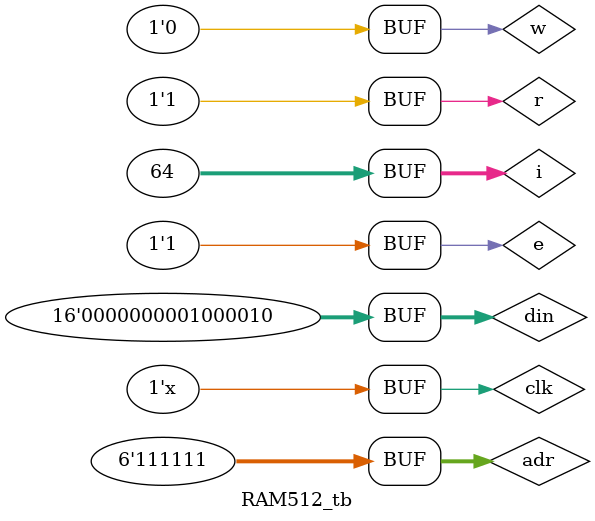
<source format=v>
module RAM512_tb ;

    wire [15:0] dout ;
    reg [15:0] din ;
    reg e,clk,w,r ;
    reg [5:0] adr ;
    integer i ;

    initial 
        begin 
            e = 1'b1 ;
            clk = 1'b1 ;
        end

    always 
        begin 
            clk = ~clk ; #3 ;
        end

    always 
        begin
            for(i=0;i<64;i=i+1)
                begin
                    din = i ; adr = i ; w =1'b1 ; r = 1'b0 ; #10 ;
                end
            din = din+3 ;
            for(i=0;i<64;i=i+1)
                begin
                    adr = i ; w =1'b0 ; r = 1'b1 ; #10 ;
                end

        end


RAM64 ra(e,din,clk,adr,w,r,dout) ;

endmodule

</source>
